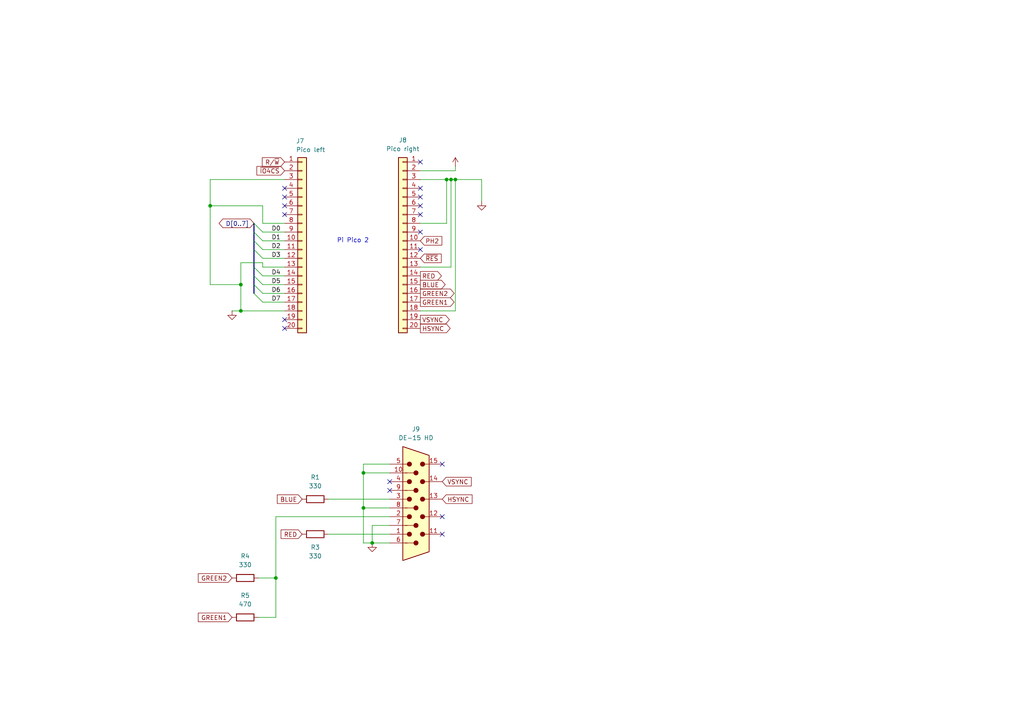
<source format=kicad_sch>
(kicad_sch (version 20250114) (generator "eeschema") (generator_version "9.0")
  (paper "A4")
  (lib_symbols
    (symbol "Connector_Generic:Conn_01x20" (pin_names (offset 1.016) (hide yes))
      (property "Reference" "J" (at 0 25.4 0))
      (property "Value" "Conn_01x20" (at 0 -27.94 0))
      (symbol "Conn_01x20_1_1"
        (rectangle (start -1.27 24.13) (end 1.27 -26.67) (stroke (width 0.254)) (fill (type background)))
        (rectangle (start -1.27 22.987) (end 0 22.733) (stroke (width 0.1524)))
        (rectangle (start -1.27 20.447) (end 0 20.193) (stroke (width 0.1524)))
        (rectangle (start -1.27 17.907) (end 0 17.653) (stroke (width 0.1524)))
        (rectangle (start -1.27 15.367) (end 0 15.113) (stroke (width 0.1524)))
        (rectangle (start -1.27 12.827) (end 0 12.573) (stroke (width 0.1524)))
        (rectangle (start -1.27 10.287) (end 0 10.033) (stroke (width 0.1524)))
        (rectangle (start -1.27 7.747) (end 0 7.493) (stroke (width 0.1524)))
        (rectangle (start -1.27 5.207) (end 0 4.953) (stroke (width 0.1524)))
        (rectangle (start -1.27 2.667) (end 0 2.413) (stroke (width 0.1524)))
        (rectangle (start -1.27 0.127) (end 0 -0.127) (stroke (width 0.1524)))
        (rectangle (start -1.27 -2.413) (end 0 -2.667) (stroke (width 0.1524)))
        (rectangle (start -1.27 -4.953) (end 0 -5.207) (stroke (width 0.1524)))
        (rectangle (start -1.27 -7.493) (end 0 -7.747) (stroke (width 0.1524)))
        (rectangle (start -1.27 -10.033) (end 0 -10.287) (stroke (width 0.1524)))
        (rectangle (start -1.27 -12.573) (end 0 -12.827) (stroke (width 0.1524)))
        (rectangle (start -1.27 -15.113) (end 0 -15.367) (stroke (width 0.1524)))
        (rectangle (start -1.27 -17.653) (end 0 -17.907) (stroke (width 0.1524)))
        (rectangle (start -1.27 -20.193) (end 0 -20.447) (stroke (width 0.1524)))
        (rectangle (start -1.27 -22.733) (end 0 -22.987) (stroke (width 0.1524)))
        (rectangle (start -1.27 -25.273) (end 0 -25.527) (stroke (width 0.1524)))
        (pin passive line (at -5.08 22.86 0) (length 3.81) (name "Pin_1") (number "1"))
        (pin passive line (at -5.08 20.32 0) (length 3.81) (name "Pin_2") (number "2"))
        (pin passive line (at -5.08 17.78 0) (length 3.81) (name "Pin_3") (number "3"))
        (pin passive line (at -5.08 15.24 0) (length 3.81) (name "Pin_4") (number "4"))
        (pin passive line (at -5.08 12.7 0) (length 3.81) (name "Pin_5") (number "5"))
        (pin passive line (at -5.08 10.16 0) (length 3.81) (name "Pin_6") (number "6"))
        (pin passive line (at -5.08 7.62 0) (length 3.81) (name "Pin_7") (number "7"))
        (pin passive line (at -5.08 5.08 0) (length 3.81) (name "Pin_8") (number "8"))
        (pin passive line (at -5.08 2.54 0) (length 3.81) (name "Pin_9") (number "9"))
        (pin passive line (at -5.08 0 0) (length 3.81) (name "Pin_10") (number "10"))
        (pin passive line (at -5.08 -2.54 0) (length 3.81) (name "Pin_11") (number "11"))
        (pin passive line (at -5.08 -5.08 0) (length 3.81) (name "Pin_12") (number "12"))
        (pin passive line (at -5.08 -7.62 0) (length 3.81) (name "Pin_13") (number "13"))
        (pin passive line (at -5.08 -10.16 0) (length 3.81) (name "Pin_14") (number "14"))
        (pin passive line (at -5.08 -12.7 0) (length 3.81) (name "Pin_15") (number "15"))
        (pin passive line (at -5.08 -15.24 0) (length 3.81) (name "Pin_16") (number "16"))
        (pin passive line (at -5.08 -17.78 0) (length 3.81) (name "Pin_17") (number "17"))
        (pin passive line (at -5.08 -20.32 0) (length 3.81) (name "Pin_18") (number "18"))
        (pin passive line (at -5.08 -22.86 0) (length 3.81) (name "Pin_19") (number "19"))
        (pin passive line (at -5.08 -25.4 0) (length 3.81) (name "Pin_20") (number "20"))
      )
    )
    (symbol "Device:R" (pin_numbers (hide yes)) (pin_names (offset 0))
      (property "Reference" "R" (at 2.032 0 90))
      (property "Value" "R" (at 0 0 90))
      (symbol "R_0_1"
        (rectangle (start -1.016 -2.54) (end 1.016 2.54) (stroke (width 0.254)))
      )
      (symbol "R_1_1"
        (pin passive line (at 0 3.81 270) (length 1.27) (name "~") (number "1"))
        (pin passive line (at 0 -3.81 90) (length 1.27) (name "~") (number "2"))
      )
    )
    (symbol "custom:DE15_Pins_HighDensity_MountingHoles" (pin_names (offset 1.016) (hide yes))
      (property "Reference" "J9" (at 0 22.86 0))
      (property "Value" "DE-15 HD" (at 0 20.32 0))
      (symbol "DE15_Pins_HighDensity_MountingHoles_0_1"
        (polyline (pts (xy -3.81 17.78) (xy -3.81 -15.24) (xy 3.81 -12.7) (xy 3.81 15.24) (xy -3.81 17.78)) (stroke (width 0.254)) (fill (type background)))
        (polyline (pts (xy -3.175 -5.08) (xy -0.635 -5.08)))
        (circle (center -1.905 12.7) (radius 0.635) (fill (type outline)))
        (circle (center -1.905 7.62) (radius 0.635) (fill (type outline)))
        (circle (center -1.905 2.54) (radius 0.635) (fill (type outline)))
        (circle (center -1.905 -2.54) (radius 0.635) (fill (type outline)))
        (circle (center -1.905 -7.62) (radius 0.635) (fill (type outline)))
        (polyline (pts (xy -0.635 10.16) (xy -3.175 10.16)))
        (polyline (pts (xy -0.635 5.08) (xy -3.175 5.08)))
        (polyline (pts (xy -0.635 0) (xy -3.175 0)))
        (polyline (pts (xy -0.635 -10.16) (xy -3.175 -10.16)))
        (circle (center 0 10.16) (radius 0.635) (fill (type outline)))
        (circle (center 0 5.08) (radius 0.635) (fill (type outline)))
        (circle (center 0 0) (radius 0.635) (fill (type outline)))
        (circle (center 0 -5.08) (radius 0.635) (fill (type outline)))
        (circle (center 0 -10.16) (radius 0.635) (fill (type outline)))
        (circle (center 1.905 12.7) (radius 0.635) (fill (type outline)))
        (circle (center 1.905 7.62) (radius 0.635) (fill (type outline)))
        (circle (center 1.905 2.54) (radius 0.635) (fill (type outline)))
        (circle (center 1.905 -2.54) (radius 0.635) (fill (type outline)))
        (circle (center 1.905 -7.62) (radius 0.635) (fill (type outline)))
      )
      (symbol "DE15_Pins_HighDensity_MountingHoles_1_1"
        (pin passive line (at -7.62 12.7 0) (length 5.08) (name "~") (number "5"))
        (pin passive line (at -7.62 10.16 0) (length 5.08) (name "~") (number "10"))
        (pin passive line (at -7.62 7.62 0) (length 5.08) (name "~") (number "4"))
        (pin passive line (at -7.62 5.08 0) (length 5.08) (name "~") (number "9"))
        (pin passive line (at -7.62 2.54 0) (length 5.08) (name "~") (number "3"))
        (pin passive line (at -7.62 0 0) (length 5.08) (name "~") (number "8"))
        (pin passive line (at -7.62 -2.54 0) (length 5.08) (name "~") (number "2"))
        (pin passive line (at -7.62 -5.08 0) (length 5.08) (name "~") (number "7"))
        (pin passive line (at -7.62 -7.62 0) (length 5.08) (name "~") (number "1"))
        (pin passive line (at -7.62 -10.16 0) (length 5.08) (name "~") (number "6"))
        (pin passive line (at 7.62 12.7 180) (length 5.08) (name "~") (number "15"))
        (pin passive line (at 7.62 7.62 180) (length 5.08) (name "~") (number "14"))
        (pin passive line (at 7.62 2.54 180) (length 5.08) (name "~") (number "13"))
        (pin passive line (at 7.62 -2.54 180) (length 5.08) (name "~") (number "12"))
        (pin passive line (at 7.62 -7.62 180) (length 5.08) (name "~") (number "11"))
      )
    )
    (symbol "power:GND" (power) (pin_numbers (hide yes)) (pin_names (offset 0) (hide yes))
      (property "Value" "GND" (at 0 -3.81 0))
      (symbol "GND_0_1"
        (polyline (pts (xy 0 0) (xy 0 -1.27) (xy 1.27 -1.27) (xy 0 -2.54) (xy -1.27 -1.27) (xy 0 -1.27)))
      )
      (symbol "GND_1_1"
        (pin power_in line (at 0 0 270) (length 0) (name "~") (number "1"))
      )
    )
    (symbol "power:VCC" (power) (pin_numbers (hide yes)) (pin_names (offset 0) (hide yes))
      (property "Value" "VCC" (at 0 3.556 0))
      (symbol "VCC_0_1"
        (polyline (pts (xy -0.762 1.27) (xy 0 2.54)))
        (polyline (pts (xy 0 2.54) (xy 0.762 1.27)))
        (polyline (pts (xy 0 0) (xy 0 2.54)))
      )
      (symbol "VCC_1_1"
        (pin power_in line (at 0 0 90) (length 0) (name "~") (number "1"))
      )
    )
  )
  (text "Pi Pico 2" (at 102.362 69.85 0) (effects (font (size 1.27 1.27))))
  (junction (at 69.85 82.55))
  (junction (at 60.96 59.69))
  (junction (at 69.85 90.17))
  (junction (at 105.41 137.16))
  (junction (at 129.54 52.07))
  (junction (at 105.41 147.32))
  (junction (at 132.08 52.07))
  (junction (at 130.81 52.07))
  (junction (at 107.95 157.48))
  (junction (at 80.01 167.64))
  (no_connect (at 113.03 142.24))
  (no_connect (at 82.55 95.25))
  (no_connect (at 121.92 54.61))
  (no_connect (at 82.55 59.69))
  (no_connect (at 121.92 59.69))
  (no_connect (at 128.27 134.62))
  (no_connect (at 121.92 46.99))
  (no_connect (at 128.27 149.86))
  (no_connect (at 121.92 67.31))
  (no_connect (at 113.03 139.7))
  (no_connect (at 82.55 62.23))
  (no_connect (at 121.92 62.23))
  (no_connect (at 82.55 54.61))
  (no_connect (at 121.92 57.15))
  (no_connect (at 128.27 154.94))
  (no_connect (at 121.92 72.39))
  (no_connect (at 82.55 57.15))
  (no_connect (at 82.55 92.71))
  (bus_entry (at 73.66 69.85) (size 2.54 2.54))
  (bus_entry (at 73.66 67.31) (size 2.54 2.54))
  (bus_entry (at 73.66 72.39) (size 2.54 2.54))
  (bus_entry (at 73.66 80.01) (size 2.54 2.54))
  (bus_entry (at 73.66 82.55) (size 2.54 2.54))
  (bus_entry (at 73.66 77.47) (size 2.54 2.54))
  (bus_entry (at 73.66 64.77) (size 2.54 2.54))
  (bus_entry (at 73.66 85.09) (size 2.54 2.54))
  (wire (pts (xy 107.95 157.48) (xy 113.03 157.48)))
  (wire (pts (xy 76.2 77.47) (xy 76.2 76.2)))
  (wire (pts (xy 132.08 90.17) (xy 132.08 52.07)))
  (wire (pts (xy 113.03 147.32) (xy 105.41 147.32)))
  (wire (pts (xy 105.41 137.16) (xy 105.41 147.32)))
  (wire (pts (xy 76.2 74.93) (xy 82.55 74.93)))
  (wire (pts (xy 76.2 67.31) (xy 82.55 67.31)))
  (bus (pts (xy 73.66 64.77) (xy 73.66 67.31)))
  (wire (pts (xy 60.96 59.69) (xy 60.96 82.55)))
  (wire (pts (xy 113.03 134.62) (xy 105.41 134.62)))
  (wire (pts (xy 82.55 77.47) (xy 76.2 77.47)))
  (wire (pts (xy 69.85 90.17) (xy 82.55 90.17)))
  (wire (pts (xy 76.2 76.2) (xy 69.85 76.2)))
  (wire (pts (xy 121.92 52.07) (xy 129.54 52.07)))
  (wire (pts (xy 76.2 87.63) (xy 82.55 87.63)))
  (wire (pts (xy 95.25 154.94) (xy 113.03 154.94)))
  (wire (pts (xy 76.2 82.55) (xy 82.55 82.55)))
  (wire (pts (xy 60.96 52.07) (xy 60.96 59.69)))
  (wire (pts (xy 76.2 64.77) (xy 76.2 59.69)))
  (wire (pts (xy 113.03 152.4) (xy 107.95 152.4)))
  (bus (pts (xy 73.66 82.55) (xy 73.66 85.09)))
  (wire (pts (xy 129.54 64.77) (xy 129.54 52.07)))
  (wire (pts (xy 95.25 144.78) (xy 113.03 144.78)))
  (wire (pts (xy 130.81 52.07) (xy 132.08 52.07)))
  (wire (pts (xy 130.81 77.47) (xy 130.81 52.07)))
  (wire (pts (xy 121.92 90.17) (xy 132.08 90.17)))
  (wire (pts (xy 121.92 77.47) (xy 130.81 77.47)))
  (wire (pts (xy 132.08 49.53) (xy 121.92 49.53)))
  (wire (pts (xy 74.93 179.07) (xy 80.01 179.07)))
  (wire (pts (xy 132.08 48.26) (xy 132.08 49.53)))
  (wire (pts (xy 105.41 134.62) (xy 105.41 137.16)))
  (wire (pts (xy 82.55 64.77) (xy 76.2 64.77)))
  (wire (pts (xy 67.31 90.17) (xy 69.85 90.17)))
  (wire (pts (xy 139.7 52.07) (xy 139.7 58.42)))
  (bus (pts (xy 73.66 72.39) (xy 73.66 77.47)))
  (wire (pts (xy 80.01 167.64) (xy 80.01 149.86)))
  (wire (pts (xy 82.55 52.07) (xy 60.96 52.07)))
  (wire (pts (xy 105.41 137.16) (xy 113.03 137.16)))
  (wire (pts (xy 80.01 167.64) (xy 74.93 167.64)))
  (wire (pts (xy 69.85 76.2) (xy 69.85 82.55)))
  (wire (pts (xy 76.2 72.39) (xy 82.55 72.39)))
  (bus (pts (xy 73.66 80.01) (xy 73.66 82.55)))
  (wire (pts (xy 76.2 69.85) (xy 82.55 69.85)))
  (wire (pts (xy 105.41 147.32) (xy 105.41 157.48)))
  (wire (pts (xy 76.2 85.09) (xy 82.55 85.09)))
  (bus (pts (xy 73.66 67.31) (xy 73.66 69.85)))
  (wire (pts (xy 76.2 80.01) (xy 82.55 80.01)))
  (wire (pts (xy 80.01 179.07) (xy 80.01 167.64)))
  (wire (pts (xy 60.96 82.55) (xy 69.85 82.55)))
  (wire (pts (xy 121.92 64.77) (xy 129.54 64.77)))
  (bus (pts (xy 73.66 69.85) (xy 73.66 72.39)))
  (wire (pts (xy 76.2 59.69) (xy 60.96 59.69)))
  (wire (pts (xy 69.85 82.55) (xy 69.85 90.17)))
  (wire (pts (xy 107.95 152.4) (xy 107.95 157.48)))
  (wire (pts (xy 129.54 52.07) (xy 130.81 52.07)))
  (wire (pts (xy 80.01 149.86) (xy 113.03 149.86)))
  (wire (pts (xy 132.08 52.07) (xy 139.7 52.07)))
  (bus (pts (xy 73.66 77.47) (xy 73.66 80.01)))
  (wire (pts (xy 105.41 157.48) (xy 107.95 157.48)))
  (label "D3" (at 78.74 74.93 0))
  (label "D4" (at 78.74 80.01 0))
  (label "D7" (at 78.74 87.63 0))
  (label "D2" (at 78.74 72.39 0))
  (label "D5" (at 78.74 82.55 0))
  (label "D1" (at 78.74 69.85 0))
  (label "D6" (at 78.74 85.09 0))
  (label "D0" (at 78.74 67.31 0))
  (global_label "~{IO4CS}" (shape input) (at 82.55 49.53 180) (property "Intersheetrefs" "${INTERSHEET_REFS}" (effects (hide yes))))
  (global_label "BLUE" (shape output) (at 121.92 82.55 0) (property "Intersheetrefs" "${INTERSHEET_REFS}" (effects (hide yes))))
  (global_label "BLUE" (shape input) (at 87.63 144.78 180) (property "Intersheetrefs" "${INTERSHEET_REFS}" (effects (hide yes))))
  (global_label "R{slash}~{W}" (shape input) (at 82.55 46.99 180) (property "Intersheetrefs" "${INTERSHEET_REFS}" (effects (hide yes))))
  (global_label "GREEN1" (shape input) (at 67.31 179.07 180) (property "Intersheetrefs" "${INTERSHEET_REFS}" (effects (hide yes))))
  (global_label "D[0..7]" (shape tri_state) (at 73.66 64.77 180) (property "Intersheetrefs" "${INTERSHEET_REFS}" (effects (hide yes))))
  (global_label "~{RES}" (shape input) (at 121.92 74.93 0) (property "Intersheetrefs" "${INTERSHEET_REFS}" (effects (hide yes))))
  (global_label "RED" (shape output) (at 121.92 80.01 0) (property "Intersheetrefs" "${INTERSHEET_REFS}" (effects (hide yes))))
  (global_label "GREEN1" (shape output) (at 121.92 87.63 0) (property "Intersheetrefs" "${INTERSHEET_REFS}" (effects (hide yes))))
  (global_label "GREEN2" (shape output) (at 121.92 85.09 0) (property "Intersheetrefs" "${INTERSHEET_REFS}" (effects (hide yes))))
  (global_label "VSYNC" (shape input) (at 128.27 139.7 0) (property "Intersheetrefs" "${INTERSHEET_REFS}" (effects (hide yes))))
  (global_label "PH2" (shape input) (at 121.92 69.85 0) (property "Intersheetrefs" "${INTERSHEET_REFS}" (effects (hide yes))))
  (global_label "HSYNC" (shape output) (at 121.92 95.25 0) (property "Intersheetrefs" "${INTERSHEET_REFS}" (effects (hide yes))))
  (global_label "RED" (shape input) (at 87.63 154.94 180) (property "Intersheetrefs" "${INTERSHEET_REFS}" (effects (hide yes))))
  (global_label "HSYNC" (shape input) (at 128.27 144.78 0) (property "Intersheetrefs" "${INTERSHEET_REFS}" (effects (hide yes))))
  (global_label "GREEN2" (shape input) (at 67.31 167.64 180) (property "Intersheetrefs" "${INTERSHEET_REFS}" (effects (hide yes))))
  (global_label "VSYNC" (shape output) (at 121.92 92.71 0) (property "Intersheetrefs" "${INTERSHEET_REFS}" (effects (hide yes))))
  (symbol (lib_id "Connector_Generic:Conn_01x20") (at 87.63 69.85 0) (unit 1)
    (property "Reference" "J7" (at 85.852 40.894 0) (effects (justify left)))
    (property "Value" "Pico left" (at 85.852 43.434 0) (effects (justify left)))
    (property "Footprint" "Connector_PinHeader_2.54mm:PinHeader_1x20_P2.54mm_Vertical" (effects (hide yes)))
    (property "Description" "Generic connector, single row, 01x20, script generated (kicad-library-utils/schlib/autogen/connector/)" (effects (hide yes)))
  )
  (symbol (lib_id "Device:R") (at 71.12 179.07 90) (unit 1)
    (property "Reference" "R5" (at 71.12 172.72 90))
    (property "Value" "470" (at 71.12 175.26 90))
    (property "Footprint" "Resistor_THT:R_Axial_DIN0207_L6.3mm_D2.5mm_P7.62mm_Horizontal" (effects (hide yes)))
    (property "Description" "Resistor" (effects (hide yes)))
  )
  (symbol (lib_id "custom:DE15_Pins_HighDensity_MountingHoles") (at 120.65 147.32 0) (unit 1)
    (property "Reference" "J9" (at 120.65 124.46 0))
    (property "Value" "DE-15 HD" (at 120.65 127 0))
    (property "Footprint" "custom:AMPHENOL_ICD15S13E4GV00LF" (effects (hide yes)))
    (property "Description" "15-pin male plug socket D-SUB connector, High density (3 columns), Triple Row, Generic, VGA-connector, Mounting Hole" (effects (hide yes)))
  )
  (symbol (lib_id "Connector_Generic:Conn_01x20") (at 116.84 69.85 0) (mirror y) (unit 1)
    (property "Reference" "J8" (at 116.84 40.64 0))
    (property "Value" "Pico right" (at 116.84 43.18 0))
    (property "Footprint" "Connector_PinHeader_2.54mm:PinHeader_1x20_P2.54mm_Vertical" (effects (hide yes)))
    (property "Description" "Generic connector, single row, 01x20, script generated (kicad-library-utils/schlib/autogen/connector/)" (effects (hide yes)))
  )
  (symbol (lib_id "Device:R") (at 91.44 154.94 90) (mirror x) (unit 1)
    (property "Reference" "R3" (at 91.44 158.75 90))
    (property "Value" "330" (at 91.44 161.29 90))
    (property "Footprint" "Resistor_THT:R_Axial_DIN0207_L6.3mm_D2.5mm_P7.62mm_Horizontal" (effects (hide yes)))
    (property "Description" "Resistor" (effects (hide yes)))
  )
  (symbol (lib_id "power:VCC") (at 132.08 48.26 0) (unit 1)
    (property "Reference" "#PWR070" (effects (hide yes)))
    (property "Value" "VCC" (effects (hide yes)))
    (property "Description" "Power symbol creates a global label with name \"VCC\"" (effects (hide yes)))
  )
  (symbol (lib_id "power:GND") (at 107.95 157.48 0) (unit 1)
    (property "Reference" "#PWR072" (effects (hide yes)))
    (property "Value" "GND" (effects (hide yes)))
    (property "Description" "Power symbol creates a global label with name \"GND\" , ground" (effects (hide yes)))
  )
  (symbol (lib_id "Device:R") (at 91.44 144.78 90) (unit 1)
    (property "Reference" "R1" (at 91.44 138.43 90))
    (property "Value" "330" (at 91.44 140.97 90))
    (property "Footprint" "Resistor_THT:R_Axial_DIN0207_L6.3mm_D2.5mm_P7.62mm_Horizontal" (effects (hide yes)))
    (property "Description" "Resistor" (effects (hide yes)))
  )
  (symbol (lib_id "power:GND") (at 139.7 58.42 0) (unit 1)
    (property "Reference" "#PWR071" (effects (hide yes)))
    (property "Value" "GND" (effects (hide yes)))
    (property "Description" "Power symbol creates a global label with name \"GND\" , ground" (effects (hide yes)))
  )
  (symbol (lib_id "power:GND") (at 67.31 90.17 0) (unit 1)
    (property "Reference" "#PWR069" (effects (hide yes)))
    (property "Value" "GND" (effects (hide yes)))
    (property "Description" "Power symbol creates a global label with name \"GND\" , ground" (effects (hide yes)))
  )
  (symbol (lib_id "Device:R") (at 71.12 167.64 90) (unit 1)
    (property "Reference" "R4" (at 71.12 161.29 90))
    (property "Value" "330" (at 71.12 163.83 90))
    (property "Footprint" "Resistor_THT:R_Axial_DIN0207_L6.3mm_D2.5mm_P7.62mm_Horizontal" (effects (hide yes)))
    (property "Description" "Resistor" (effects (hide yes)))
  )
)
</source>
